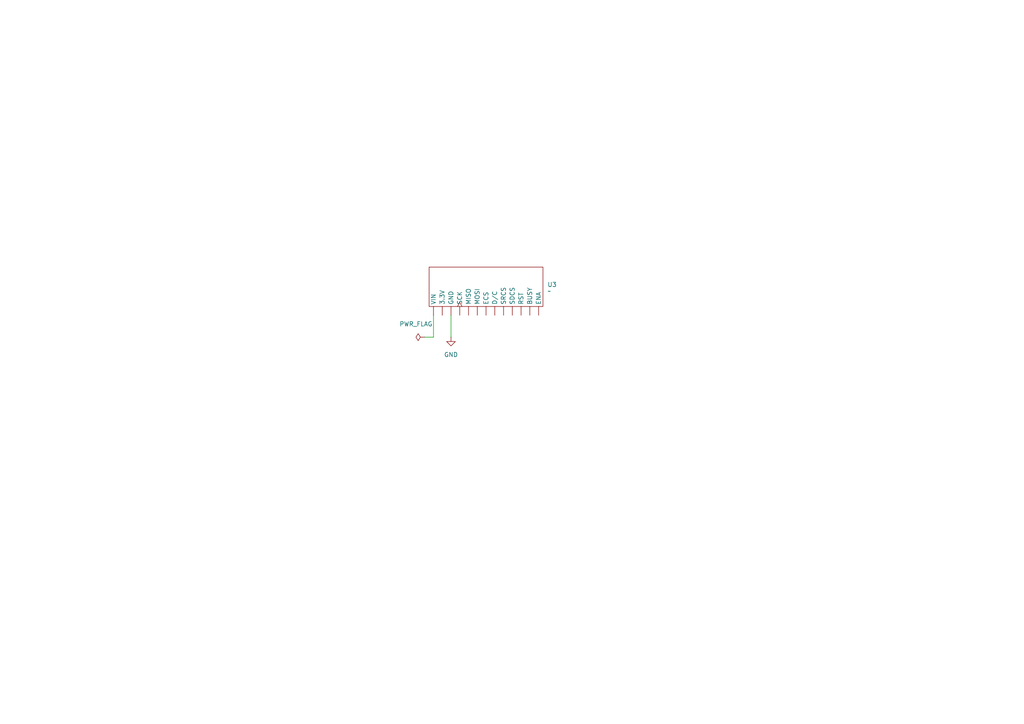
<source format=kicad_sch>
(kicad_sch (version 20231120) (generator "eeschema") (generator_version "8.0")
  (paper "A4")
  (lib_symbols
    (symbol "Custom:UC8151D" (pin_numbers hide)
      (property "Reference" "U" (at 17.78 0 0))
      (symbol "UC8151D_0_1"
        (rectangle (start -16.51 5.08) (end 16.51 -6.35))
      )
      (symbol "UC8151D_1_1"
        (pin power_out line (at -12.7 -8.89 90) (length 2.54) (name "3.3V") (number ""))
        (pin output line (at 12.7 -8.89 90) (length 2.54) (name "BUSY") (number ""))
        (pin input line (at 2.54 -8.89 90) (length 2.54) (name "D/C") (number ""))
        (pin input line (at 0 -8.89 90) (length 2.54) (name "ECS") (number ""))
        (pin power_in line (at 15.24 -8.89 90) (length 2.54) (name "ENA") (number ""))
        (pin power_in line (at -10.16 -8.89 90) (length 2.54) (name "GND") (number ""))
        (pin unspecified line (at -5.08 -8.89 90) (length 2.54) (name "MISO") (number ""))
        (pin unspecified line (at -2.54 -8.89 90) (length 2.54) (name "MOSI") (number ""))
        (pin input line (at 10.16 -8.89 90) (length 2.54) (name "RST") (number ""))
        (pin input clock (at -7.62 -8.89 90) (length 2.54) (name "SCK") (number ""))
        (pin input line (at 7.62 -8.89 90) (length 2.54) (name "SDCS") (number ""))
        (pin input line (at 5.08 -8.89 90) (length 2.54) (name "SRCS") (number ""))
        (pin power_in line (at -15.24 -8.89 90) (length 2.54) (name "VIN") (number ""))
      )
    )
    (symbol "power:GND" (power) (pin_numbers hide) (pin_names (offset 0) hide)
      (property "Value" "GND" (at 0 -3.81 0))
      (symbol "GND_0_1"
        (polyline (pts (xy 0 0) (xy 0 -1.27) (xy 1.27 -1.27) (xy 0 -2.54) (xy -1.27 -1.27) (xy 0 -1.27)))
      )
      (symbol "GND_1_1"
        (pin power_in line (at 0 0 270) (length 0) (name "~") (number "1"))
      )
    )
    (symbol "power:PWR_FLAG" (power) (pin_numbers hide) (pin_names (offset 0) hide)
      (property "Value" "PWR_FLAG" (at 0 3.81 0))
      (symbol "PWR_FLAG_0_0"
        (pin power_out line (at 0 0 90) (length 0) (name "~") (number "1"))
      )
      (symbol "PWR_FLAG_0_1"
        (polyline (pts (xy 0 0) (xy 0 1.27) (xy -1.016 1.905) (xy 0 2.54) (xy 1.016 1.905) (xy 0 1.27)))
      )
    )
  )
  (wire (pts (xy 130.81 91.44) (xy 130.81 97.79)))
  (wire (pts (xy 125.73 97.79) (xy 125.73 91.44)))
  (wire (pts (xy 123.19 97.79) (xy 125.73 97.79)))
  (symbol (lib_id "Custom:UC8151D") (at 140.97 82.55 0) (unit 1)
    (property "Reference" "U3" (at 158.75 82.5499 0) (effects (justify left)))
    (property "Value" "~" (at 158.75 84.455 0) (effects (justify left)))
  )
  (symbol (lib_id "power:GND") (at 130.81 97.79 0) (unit 1)
    (property "Reference" "#PWR01" (effects (hide yes)))
    (property "Value" "GND" (at 130.81 102.87 0))
    (property "Description" "Power symbol creates a global label with name \"GND\" , ground" (effects (hide yes)))
  )
  (symbol (lib_id "power:PWR_FLAG") (at 123.19 97.79 90) (unit 1)
    (property "Reference" "#FLG01" (effects (hide yes)))
    (property "Value" "PWR_FLAG" (at 120.65 93.98 90))
    (property "Description" "Special symbol for telling ERC where power comes from" (effects (hide yes)))
  )
)
</source>
